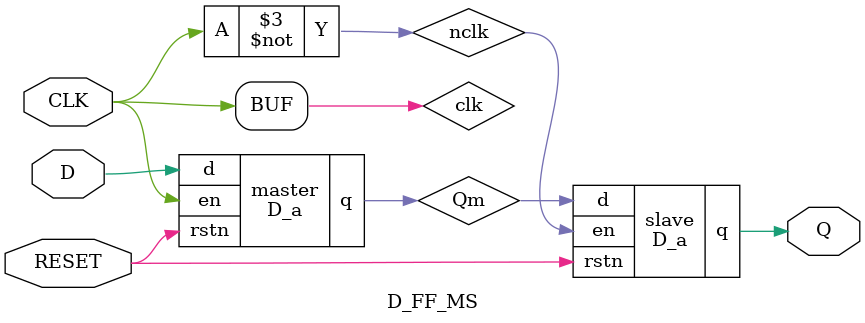
<source format=v>
module D_a(input d, input en, input rstn, output reg q);
    always @(*) begin
        if(rstn == 1'b0) q = 0;
        else if(en) q = d;
    end
endmodule

module D_FF_MS (input D, input CLK, input RESET, output Q);
    wire Qm;
    wire nclk,clk;
    wire negclk;

    not(negclk,CLK);
    not(clk , negclk);
    not(nclk,clk);

    D_a master(.d(D),.en(clk),.rstn(RESET),.q(Qm));
    D_a slave(.d(Qm),.en(nclk),.rstn(RESET),.q(Q));


endmodule

</source>
